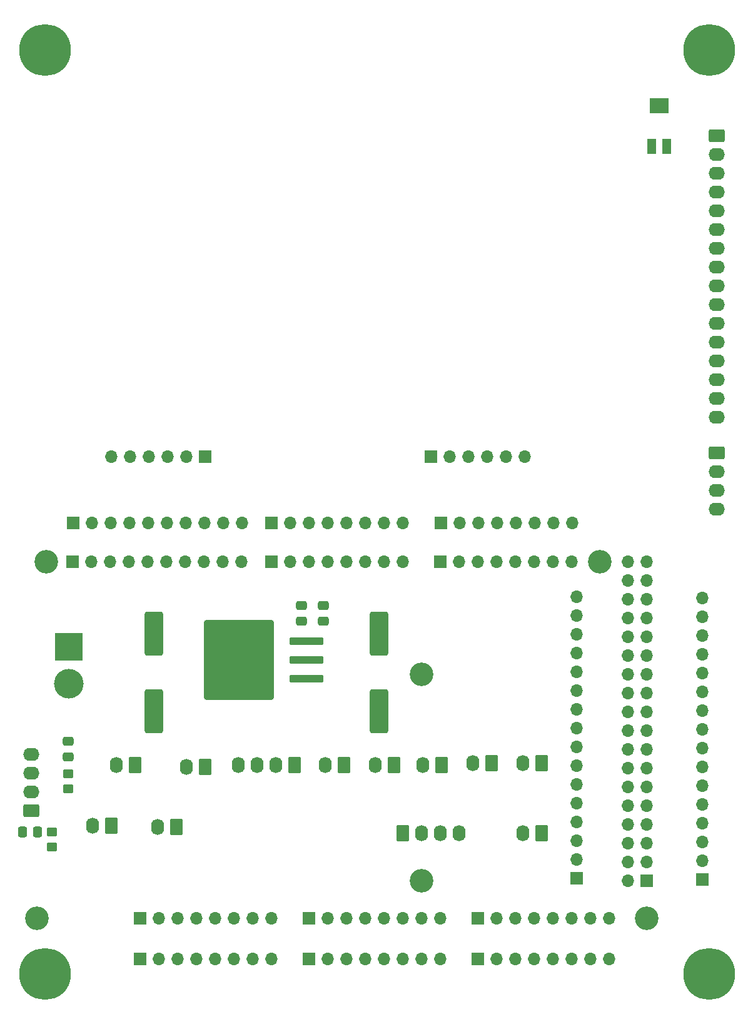
<source format=gts>
G04 #@! TF.GenerationSoftware,KiCad,Pcbnew,7.0.7*
G04 #@! TF.CreationDate,2024-01-25T14:39:25+01:00*
G04 #@! TF.ProjectId,rotor,726f746f-722e-46b6-9963-61645f706362,rev?*
G04 #@! TF.SameCoordinates,Original*
G04 #@! TF.FileFunction,Soldermask,Top*
G04 #@! TF.FilePolarity,Negative*
%FSLAX46Y46*%
G04 Gerber Fmt 4.6, Leading zero omitted, Abs format (unit mm)*
G04 Created by KiCad (PCBNEW 7.0.7) date 2024-01-25 14:39:25*
%MOMM*%
%LPD*%
G01*
G04 APERTURE LIST*
G04 Aperture macros list*
%AMRoundRect*
0 Rectangle with rounded corners*
0 $1 Rounding radius*
0 $2 $3 $4 $5 $6 $7 $8 $9 X,Y pos of 4 corners*
0 Add a 4 corners polygon primitive as box body*
4,1,4,$2,$3,$4,$5,$6,$7,$8,$9,$2,$3,0*
0 Add four circle primitives for the rounded corners*
1,1,$1+$1,$2,$3*
1,1,$1+$1,$4,$5*
1,1,$1+$1,$6,$7*
1,1,$1+$1,$8,$9*
0 Add four rect primitives between the rounded corners*
20,1,$1+$1,$2,$3,$4,$5,0*
20,1,$1+$1,$4,$5,$6,$7,0*
20,1,$1+$1,$6,$7,$8,$9,0*
20,1,$1+$1,$8,$9,$2,$3,0*%
G04 Aperture macros list end*
%ADD10RoundRect,0.250000X-0.450000X0.350000X-0.450000X-0.350000X0.450000X-0.350000X0.450000X0.350000X0*%
%ADD11RoundRect,0.250000X0.620000X0.845000X-0.620000X0.845000X-0.620000X-0.845000X0.620000X-0.845000X0*%
%ADD12O,1.740000X2.190000*%
%ADD13C,7.000000*%
%ADD14C,3.200000*%
%ADD15R,1.700000X1.700000*%
%ADD16O,1.700000X1.700000*%
%ADD17RoundRect,0.250000X-0.475000X0.337500X-0.475000X-0.337500X0.475000X-0.337500X0.475000X0.337500X0*%
%ADD18R,1.200000X2.000000*%
%ADD19R,2.500000X2.000000*%
%ADD20RoundRect,0.250000X-0.337500X-0.475000X0.337500X-0.475000X0.337500X0.475000X-0.337500X0.475000X0*%
%ADD21RoundRect,0.328947X0.921053X-2.671053X0.921053X2.671053X-0.921053X2.671053X-0.921053X-2.671053X0*%
%ADD22RoundRect,0.250000X-0.620000X-0.845000X0.620000X-0.845000X0.620000X0.845000X-0.620000X0.845000X0*%
%ADD23R,3.800000X3.800000*%
%ADD24C,4.000000*%
%ADD25RoundRect,0.250000X0.845000X-0.620000X0.845000X0.620000X-0.845000X0.620000X-0.845000X-0.620000X0*%
%ADD26O,2.190000X1.740000*%
%ADD27RoundRect,0.250000X2.050000X0.300000X-2.050000X0.300000X-2.050000X-0.300000X2.050000X-0.300000X0*%
%ADD28RoundRect,0.250002X4.449998X5.149998X-4.449998X5.149998X-4.449998X-5.149998X4.449998X-5.149998X0*%
%ADD29RoundRect,0.250000X-0.845000X0.620000X-0.845000X-0.620000X0.845000X-0.620000X0.845000X0.620000X0*%
G04 APERTURE END LIST*
D10*
X118200000Y-77940000D03*
X118200000Y-79940000D03*
D11*
X155500000Y-76730000D03*
D12*
X152960000Y-76730000D03*
D13*
X205000000Y-105000000D03*
D14*
X196520000Y-97460000D03*
D11*
X162250000Y-76750000D03*
D12*
X159710000Y-76750000D03*
D15*
X173640000Y-103000000D03*
D16*
X176180000Y-103000000D03*
X178720000Y-103000000D03*
X181260000Y-103000000D03*
X183800000Y-103000000D03*
X186340000Y-103000000D03*
X188880000Y-103000000D03*
X191420000Y-103000000D03*
D17*
X152750000Y-55175000D03*
X152750000Y-57250000D03*
D18*
X197200000Y7000000D03*
D19*
X198200000Y12500000D03*
D18*
X199200000Y7000000D03*
D15*
X118840000Y-44000000D03*
D16*
X121380000Y-44000000D03*
X123920000Y-44000000D03*
X126460000Y-44000000D03*
X129000000Y-44000000D03*
X131540000Y-44000000D03*
X134080000Y-44000000D03*
X136620000Y-44000000D03*
X139160000Y-44000000D03*
X141700000Y-44000000D03*
D20*
X111962500Y-85800000D03*
X114037500Y-85800000D03*
D15*
X187000000Y-92050000D03*
D16*
X187000000Y-89510000D03*
X187000000Y-86970000D03*
X187000000Y-84430000D03*
X187000000Y-81890000D03*
X187000000Y-79350000D03*
X187000000Y-76810000D03*
X187000000Y-74270000D03*
X187000000Y-71730000D03*
X187000000Y-69190000D03*
X187000000Y-66650000D03*
X187000000Y-64110000D03*
X187000000Y-61570000D03*
X187000000Y-59030000D03*
X187000000Y-56490000D03*
X187000000Y-53950000D03*
D11*
X136750000Y-77000000D03*
D12*
X134210000Y-77000000D03*
D13*
X115000000Y-105000000D03*
D11*
X168750000Y-76750000D03*
D12*
X166210000Y-76750000D03*
D17*
X118200000Y-73562500D03*
X118200000Y-75637500D03*
D11*
X124040000Y-85000000D03*
D12*
X121500000Y-85000000D03*
D15*
X145700000Y-44000000D03*
D16*
X148240000Y-44000000D03*
X150780000Y-44000000D03*
X153320000Y-44000000D03*
X155860000Y-44000000D03*
X158400000Y-44000000D03*
X160940000Y-44000000D03*
X163480000Y-44000000D03*
D14*
X115240000Y-49200000D03*
D11*
X175500000Y-76500000D03*
D12*
X172960000Y-76500000D03*
D13*
X115000000Y20000000D03*
D11*
X182250000Y-76500000D03*
D12*
X179710000Y-76500000D03*
D17*
X149740000Y-55175000D03*
X149740000Y-57250000D03*
D21*
X129750000Y-69500000D03*
X129750000Y-59000000D03*
D10*
X116000000Y-85800000D03*
X116000000Y-87800000D03*
D11*
X148810000Y-76730000D03*
D12*
X146270000Y-76730000D03*
X143730000Y-76730000D03*
X141190000Y-76730000D03*
D22*
X163460000Y-86000000D03*
D12*
X166000000Y-86000000D03*
X168540000Y-86000000D03*
X171080000Y-86000000D03*
D23*
X118250000Y-60750000D03*
D24*
X118250000Y-65750000D03*
D15*
X204000000Y-92240000D03*
D16*
X204000000Y-89700000D03*
X204000000Y-87160000D03*
X204000000Y-84620000D03*
X204000000Y-82080000D03*
X204000000Y-79540000D03*
X204000000Y-77000000D03*
X204000000Y-74460000D03*
X204000000Y-71920000D03*
X204000000Y-69380000D03*
X204000000Y-66840000D03*
X204000000Y-64300000D03*
X204000000Y-61760000D03*
X204000000Y-59220000D03*
X204000000Y-56680000D03*
X204000000Y-54140000D03*
D21*
X160250000Y-69500000D03*
X160250000Y-59000000D03*
D25*
X113200000Y-82920000D03*
D26*
X113200000Y-80380000D03*
X113200000Y-77840000D03*
X113200000Y-75300000D03*
D27*
X150400000Y-65040000D03*
X150400000Y-62500000D03*
D28*
X141250000Y-62500000D03*
D27*
X150400000Y-59960000D03*
D15*
X168620000Y-44000000D03*
D16*
X171160000Y-44000000D03*
X173700000Y-44000000D03*
X176240000Y-44000000D03*
X178780000Y-44000000D03*
X181320000Y-44000000D03*
X183860000Y-44000000D03*
X186400000Y-44000000D03*
D11*
X127250000Y-76750000D03*
D12*
X124710000Y-76750000D03*
D11*
X132800000Y-85140000D03*
D12*
X130260000Y-85140000D03*
D29*
X206000000Y8400000D03*
D26*
X206000000Y5860000D03*
X206000000Y3320000D03*
X206000000Y780000D03*
X206000000Y-1760000D03*
X206000000Y-4300000D03*
X206000000Y-6840000D03*
X206000000Y-9380000D03*
X206000000Y-11920000D03*
X206000000Y-14460000D03*
X206000000Y-17000000D03*
X206000000Y-19540000D03*
X206000000Y-22080000D03*
X206000000Y-24620000D03*
X206000000Y-27160000D03*
X206000000Y-29700000D03*
D14*
X113970000Y-97460000D03*
D15*
X167300000Y-35000000D03*
D16*
X169840000Y-35000000D03*
X172380000Y-35000000D03*
X174920000Y-35000000D03*
X177460000Y-35000000D03*
X180000000Y-35000000D03*
D14*
X166040000Y-64440000D03*
D29*
X206000000Y-34460000D03*
D26*
X206000000Y-37000000D03*
X206000000Y-39540000D03*
X206000000Y-42080000D03*
D14*
X166040000Y-92380000D03*
D13*
X205000000Y20000000D03*
D11*
X182250000Y-86000000D03*
D12*
X179710000Y-86000000D03*
D14*
X190170000Y-49200000D03*
D15*
X196530000Y-92380000D03*
D16*
X193990000Y-92380000D03*
X196530000Y-89840000D03*
X193990000Y-89840000D03*
X196530000Y-87300000D03*
X193990000Y-87300000D03*
X196530000Y-84760000D03*
X193990000Y-84760000D03*
X196530000Y-82220000D03*
X193990000Y-82220000D03*
X196530000Y-79680000D03*
X193990000Y-79680000D03*
X196530000Y-77140000D03*
X193990000Y-77140000D03*
X196530000Y-74600000D03*
X193990000Y-74600000D03*
X196530000Y-72060000D03*
X193990000Y-72060000D03*
X196530000Y-69520000D03*
X193990000Y-69520000D03*
X196530000Y-66980000D03*
X193990000Y-66980000D03*
X196530000Y-64440000D03*
X193990000Y-64440000D03*
X196530000Y-61900000D03*
X193990000Y-61900000D03*
X196530000Y-59360000D03*
X193990000Y-59360000D03*
X196530000Y-56820000D03*
X193990000Y-56820000D03*
X196530000Y-54280000D03*
X193990000Y-54280000D03*
X196530000Y-51740000D03*
X193990000Y-51740000D03*
X196530000Y-49200000D03*
X193990000Y-49200000D03*
D15*
X127940000Y-97460000D03*
D16*
X130480000Y-97460000D03*
X133020000Y-97460000D03*
X135560000Y-97460000D03*
X138100000Y-97460000D03*
X140640000Y-97460000D03*
X143180000Y-97460000D03*
X145720000Y-97460000D03*
D15*
X173660000Y-97460000D03*
D16*
X176200000Y-97460000D03*
X178740000Y-97460000D03*
X181280000Y-97460000D03*
X183820000Y-97460000D03*
X186360000Y-97460000D03*
X188900000Y-97460000D03*
X191440000Y-97460000D03*
D15*
X118796000Y-49200000D03*
D16*
X121336000Y-49200000D03*
X123876000Y-49200000D03*
X126416000Y-49200000D03*
X128956000Y-49200000D03*
X131496000Y-49200000D03*
X134036000Y-49200000D03*
X136576000Y-49200000D03*
X139116000Y-49200000D03*
X141656000Y-49200000D03*
D15*
X145720000Y-49200000D03*
D16*
X148260000Y-49200000D03*
X150800000Y-49200000D03*
X153340000Y-49200000D03*
X155880000Y-49200000D03*
X158420000Y-49200000D03*
X160960000Y-49200000D03*
X163500000Y-49200000D03*
D15*
X168580000Y-49200000D03*
D16*
X171120000Y-49200000D03*
X173660000Y-49200000D03*
X176200000Y-49200000D03*
X178740000Y-49200000D03*
X181280000Y-49200000D03*
X183820000Y-49200000D03*
X186360000Y-49200000D03*
D15*
X150760000Y-103000000D03*
D16*
X153300000Y-103000000D03*
X155840000Y-103000000D03*
X158380000Y-103000000D03*
X160920000Y-103000000D03*
X163460000Y-103000000D03*
X166000000Y-103000000D03*
X168540000Y-103000000D03*
D15*
X150800000Y-97450000D03*
D16*
X153340000Y-97450000D03*
X155880000Y-97450000D03*
X158420000Y-97450000D03*
X160960000Y-97450000D03*
X163500000Y-97450000D03*
X166040000Y-97450000D03*
X168580000Y-97450000D03*
D15*
X127930000Y-103000000D03*
D16*
X130470000Y-103000000D03*
X133010000Y-103000000D03*
X135550000Y-103000000D03*
X138090000Y-103000000D03*
X140630000Y-103000000D03*
X143170000Y-103000000D03*
X145710000Y-103000000D03*
D15*
X136700000Y-35050000D03*
D16*
X134160000Y-35050000D03*
X131620000Y-35050000D03*
X129080000Y-35050000D03*
X126540000Y-35050000D03*
X124000000Y-35050000D03*
M02*

</source>
